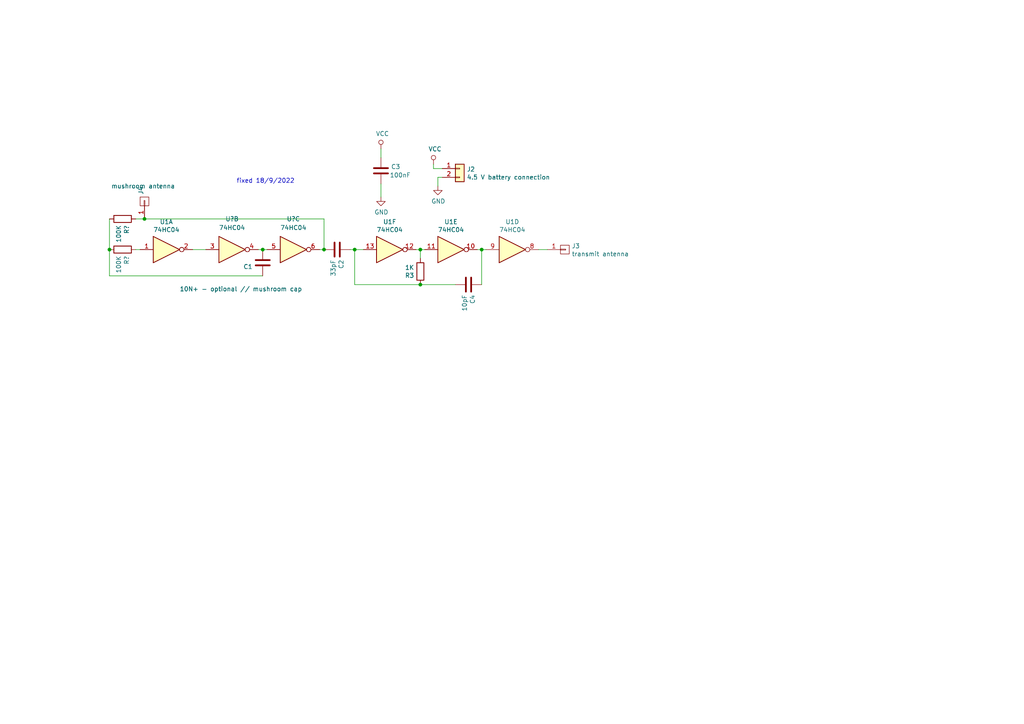
<source format=kicad_sch>
(kicad_sch (version 20211123) (generator eeschema)
  (paper "A4")
  (lib_symbols
    (symbol "74xx:74HC04"
      (property "Reference" "U" (at 0 1.27 0))
      (property "Value" "74HC04" (at 0 -1.27 0))
      (symbol "74HC04_1_0"
        (polyline (pts (xy -3.81 3.81) (xy -3.81 -3.81) (xy 3.81 0) (xy -3.81 3.81)) (stroke (width 0.254)) (fill (type background)))
        (pin input line (at -7.62 0 0) (length 3.81) (name "~") (number "1"))
        (pin output inverted (at 7.62 0 180) (length 3.81) (name "~") (number "2"))
      )
      (symbol "74HC04_2_0"
        (polyline (pts (xy -3.81 3.81) (xy -3.81 -3.81) (xy 3.81 0) (xy -3.81 3.81)) (stroke (width 0.254)) (fill (type background)))
        (pin input line (at -7.62 0 0) (length 3.81) (name "~") (number "3"))
        (pin output inverted (at 7.62 0 180) (length 3.81) (name "~") (number "4"))
      )
      (symbol "74HC04_3_0"
        (polyline (pts (xy -3.81 3.81) (xy -3.81 -3.81) (xy 3.81 0) (xy -3.81 3.81)) (stroke (width 0.254)) (fill (type background)))
        (pin input line (at -7.62 0 0) (length 3.81) (name "~") (number "5"))
        (pin output inverted (at 7.62 0 180) (length 3.81) (name "~") (number "6"))
      )
      (symbol "74HC04_4_0"
        (polyline (pts (xy -3.81 3.81) (xy -3.81 -3.81) (xy 3.81 0) (xy -3.81 3.81)) (stroke (width 0.254)) (fill (type background)))
        (pin output inverted (at 7.62 0 180) (length 3.81) (name "~") (number "8"))
        (pin input line (at -7.62 0 0) (length 3.81) (name "~") (number "9"))
      )
      (symbol "74HC04_5_0"
        (polyline (pts (xy -3.81 3.81) (xy -3.81 -3.81) (xy 3.81 0) (xy -3.81 3.81)) (stroke (width 0.254)) (fill (type background)))
        (pin output inverted (at 7.62 0 180) (length 3.81) (name "~") (number "10"))
        (pin input line (at -7.62 0 0) (length 3.81) (name "~") (number "11"))
      )
      (symbol "74HC04_6_0"
        (polyline (pts (xy -3.81 3.81) (xy -3.81 -3.81) (xy 3.81 0) (xy -3.81 3.81)) (stroke (width 0.254)) (fill (type background)))
        (pin output inverted (at 7.62 0 180) (length 3.81) (name "~") (number "12"))
        (pin input line (at -7.62 0 0) (length 3.81) (name "~") (number "13"))
      )
      (symbol "74HC04_7_0"
        (pin power_in line (at 0 12.7 270) (length 5.08) (name "VCC") (number "14"))
        (pin power_in line (at 0 -12.7 90) (length 5.08) (name "GND") (number "7"))
      )
      (symbol "74HC04_7_1"
        (rectangle (start -5.08 7.62) (end 5.08 -7.62) (stroke (width 0.254)) (fill (type background)))
      )
    )
    (symbol "small_mycelium-rescue:74HC04-Logic_74xx-mycelium_pcb-rescue" (pin_names (offset 1.016))
      (property "Reference" "U" (at 0 1.27 0))
      (property "Value" "74HC04-Logic_74xx-mycelium_pcb-rescue" (at 0 -1.27 0))
      (symbol "74HC04-Logic_74xx-mycelium_pcb-rescue_1_0"
        (polyline (pts (xy -3.81 3.81) (xy -3.81 -3.81) (xy 3.81 0) (xy -3.81 3.81)) (stroke (width 0.254)) (fill (type background)))
        (pin input line (at -7.62 0 0) (length 3.81) (name "~") (number "1"))
        (pin output inverted (at 7.62 0 180) (length 3.81) (name "~") (number "2"))
      )
      (symbol "74HC04-Logic_74xx-mycelium_pcb-rescue_2_0"
        (polyline (pts (xy -3.81 3.81) (xy -3.81 -3.81) (xy 3.81 0) (xy -3.81 3.81)) (stroke (width 0.254)) (fill (type background)))
        (pin input line (at -7.62 0 0) (length 3.81) (name "~") (number "3"))
        (pin output inverted (at 7.62 0 180) (length 3.81) (name "~") (number "4"))
      )
      (symbol "74HC04-Logic_74xx-mycelium_pcb-rescue_3_0"
        (polyline (pts (xy -3.81 3.81) (xy -3.81 -3.81) (xy 3.81 0) (xy -3.81 3.81)) (stroke (width 0.254)) (fill (type background)))
        (pin input line (at -7.62 0 0) (length 3.81) (name "~") (number "5"))
        (pin output inverted (at 7.62 0 180) (length 3.81) (name "~") (number "6"))
      )
      (symbol "74HC04-Logic_74xx-mycelium_pcb-rescue_4_0"
        (polyline (pts (xy -3.81 3.81) (xy -3.81 -3.81) (xy 3.81 0) (xy -3.81 3.81)) (stroke (width 0.254)) (fill (type background)))
        (pin output inverted (at 7.62 0 180) (length 3.81) (name "~") (number "8"))
        (pin input line (at -7.62 0 0) (length 3.81) (name "~") (number "9"))
      )
      (symbol "74HC04-Logic_74xx-mycelium_pcb-rescue_5_0"
        (polyline (pts (xy -3.81 3.81) (xy -3.81 -3.81) (xy 3.81 0) (xy -3.81 3.81)) (stroke (width 0.254)) (fill (type background)))
        (pin output inverted (at 7.62 0 180) (length 3.81) (name "~") (number "10"))
        (pin input line (at -7.62 0 0) (length 3.81) (name "~") (number "11"))
      )
      (symbol "74HC04-Logic_74xx-mycelium_pcb-rescue_6_0"
        (polyline (pts (xy -3.81 3.81) (xy -3.81 -3.81) (xy 3.81 0) (xy -3.81 3.81)) (stroke (width 0.254)) (fill (type background)))
        (pin output inverted (at 7.62 0 180) (length 3.81) (name "~") (number "12"))
        (pin input line (at -7.62 0 0) (length 3.81) (name "~") (number "13"))
      )
      (symbol "74HC04-Logic_74xx-mycelium_pcb-rescue_7_0"
        (pin power_in line (at 0 12.7 270) (length 5.08) (name "VCC") (number "14"))
        (pin power_in line (at 0 -12.7 90) (length 5.08) (name "GND") (number "7"))
      )
      (symbol "74HC04-Logic_74xx-mycelium_pcb-rescue_7_1"
        (rectangle (start -5.08 7.62) (end 5.08 -7.62) (stroke (width 0.254)) (fill (type background)))
      )
    )
    (symbol "small_mycelium-rescue:C-device-mycelium_pcb-rescue" (pin_numbers hide) (pin_names (offset 0.254))
      (property "Reference" "C" (at 0.635 2.54 0))
      (property "Value" "C-device-mycelium_pcb-rescue" (at 0.635 -2.54 0))
      (symbol "C-device-mycelium_pcb-rescue_0_1"
        (polyline (pts (xy -2.032 -0.762) (xy 2.032 -0.762)) (stroke (width 0.508)))
        (polyline (pts (xy -2.032 0.762) (xy 2.032 0.762)) (stroke (width 0.508)))
      )
      (symbol "C-device-mycelium_pcb-rescue_1_1"
        (pin passive line (at 0 3.81 270) (length 2.794) (name "~") (number "1"))
        (pin passive line (at 0 -3.81 90) (length 2.794) (name "~") (number "2"))
      )
    )
    (symbol "small_mycelium-rescue:CONN_01X01-mycelium_pcb-rescue" (pin_names (offset 1.016) hide)
      (property "Reference" "J" (at 0 2.54 0))
      (property "Value" "CONN_01X01-mycelium_pcb-rescue" (at 2.54 0 90))
      (symbol "CONN_01X01-mycelium_pcb-rescue_0_1"
        (rectangle (start -1.27 0.127) (end 0.254 -0.127))
        (rectangle (start -1.27 1.27) (end 1.27 -1.27))
      )
      (symbol "CONN_01X01-mycelium_pcb-rescue_1_1"
        (pin passive line (at -5.08 0 0) (length 3.81) (name "P1") (number "1"))
      )
    )
    (symbol "small_mycelium-rescue:Conn_01x02-Connector-mycelium_pcb-rescue" (pin_names (offset 1.016) hide)
      (property "Reference" "J" (at 0 2.54 0))
      (property "Value" "Conn_01x02-Connector-mycelium_pcb-rescue" (at 0 -5.08 0))
      (symbol "Conn_01x02-Connector-mycelium_pcb-rescue_1_1"
        (rectangle (start -1.27 -2.413) (end 0 -2.667) (stroke (width 0.1524)))
        (rectangle (start -1.27 0.127) (end 0 -0.127) (stroke (width 0.1524)))
        (rectangle (start -1.27 1.27) (end 1.27 -3.81) (stroke (width 0.254)) (fill (type background)))
        (pin passive line (at -5.08 0 0) (length 3.81) (name "Pin_1") (number "1"))
        (pin passive line (at -5.08 -2.54 0) (length 3.81) (name "Pin_2") (number "2"))
      )
    )
    (symbol "small_mycelium-rescue:GND-power-mycelium_pcb-rescue" (power) (pin_names (offset 0))
      (property "Value" "GND-power-mycelium_pcb-rescue" (at 0 -3.81 0))
      (symbol "GND-power-mycelium_pcb-rescue_0_1"
        (polyline (pts (xy 0 0) (xy 0 -1.27) (xy 1.27 -1.27) (xy 0 -2.54) (xy -1.27 -1.27) (xy 0 -1.27)))
      )
      (symbol "GND-power-mycelium_pcb-rescue_1_1"
        (pin power_in line (at 0 0 270) (length 0) hide (name "GND") (number "1"))
      )
    )
    (symbol "small_mycelium-rescue:R-device-mycelium_pcb-rescue" (pin_numbers hide) (pin_names (offset 0))
      (property "Reference" "R" (at 2.032 0 90))
      (property "Value" "R-device-mycelium_pcb-rescue" (at 0 0 90))
      (symbol "R-device-mycelium_pcb-rescue_0_1"
        (rectangle (start -1.016 -2.54) (end 1.016 2.54) (stroke (width 0.254)))
      )
      (symbol "R-device-mycelium_pcb-rescue_1_1"
        (pin passive line (at 0 3.81 270) (length 1.27) (name "~") (number "1"))
        (pin passive line (at 0 -3.81 90) (length 1.27) (name "~") (number "2"))
      )
    )
    (symbol "small_mycelium-rescue:VCC-power-mycelium_pcb-rescue" (power) (pin_names (offset 0))
      (property "Value" "VCC-power-mycelium_pcb-rescue" (at 0 3.81 0))
      (symbol "VCC-power-mycelium_pcb-rescue_0_1"
        (polyline (pts (xy 0 0) (xy 0 1.27)))
        (circle (center 0 1.905) (radius 0.635))
      )
      (symbol "VCC-power-mycelium_pcb-rescue_1_1"
        (pin power_in line (at 0 0 90) (length 0) hide (name "VCC") (number "1"))
      )
    )
  )
  (junction (at 121.92 72.39))
  (junction (at 76.2 72.39))
  (junction (at 102.87 72.39))
  (junction (at 93.98 72.39))
  (junction (at 139.7 72.39))
  (junction (at 121.92 82.55))
  (junction (at 31.75 72.39))
  (junction (at 41.91 63.5))
  (wire (pts (xy 121.92 82.55) (xy 132.08 82.55)))
  (wire (pts (xy 93.98 72.39) (xy 92.71 72.39)))
  (wire (pts (xy 138.43 72.39) (xy 139.7 72.39)))
  (wire (pts (xy 31.75 80.01) (xy 31.75 72.39)))
  (wire (pts (xy 121.92 74.93) (xy 121.92 72.39)))
  (wire (pts (xy 74.93 72.39) (xy 76.2 72.39)))
  (wire (pts (xy 110.49 45.72) (xy 110.49 43.18)))
  (wire (pts (xy 120.65 72.39) (xy 121.92 72.39)))
  (wire (pts (xy 102.87 82.55) (xy 121.92 82.55)))
  (wire (pts (xy 41.91 63.5) (xy 93.98 63.5)))
  (wire (pts (xy 93.98 72.39) (xy 93.98 63.5)))
  (wire (pts (xy 110.49 53.34) (xy 110.49 57.15)))
  (wire (pts (xy 31.75 63.5) (xy 31.75 72.39)))
  (wire (pts (xy 127 51.435) (xy 128.27 51.435)))
  (wire (pts (xy 55.88 72.39) (xy 59.69 72.39)))
  (wire (pts (xy 121.92 72.39) (xy 123.19 72.39)))
  (wire (pts (xy 76.2 80.01) (xy 31.75 80.01)))
  (wire (pts (xy 41.91 63.5) (xy 39.37 63.5)))
  (wire (pts (xy 76.2 72.39) (xy 77.47 72.39)))
  (wire (pts (xy 125.73 48.895) (xy 128.27 48.895)))
  (wire (pts (xy 101.6 72.39) (xy 102.87 72.39)))
  (wire (pts (xy 39.37 72.39) (xy 40.64 72.39)))
  (wire (pts (xy 127 53.975) (xy 127 51.435)))
  (wire (pts (xy 139.7 82.55) (xy 139.7 72.39)))
  (wire (pts (xy 102.87 72.39) (xy 105.41 72.39)))
  (wire (pts (xy 125.73 47.625) (xy 125.73 48.895)))
  (wire (pts (xy 102.87 72.39) (xy 102.87 82.55)))
  (wire (pts (xy 156.21 72.39) (xy 158.75 72.39)))
  (wire (pts (xy 139.7 72.39) (xy 140.97 72.39)))
  (text "fixed 18/9/2022" (at 68.58 53.34 0) (effects (font (size 1.27 1.27)) (justify left bottom)))
  (symbol (lib_id "small_mycelium-rescue:C-device-mycelium_pcb-rescue") (at 110.49 49.53 0) (unit 1)
    (property "Reference" "C3" (at 113.411 48.3616 0) (effects (justify left)))
    (property "Value" "100nF" (at 113.03 50.8 0) (effects (justify left)))
    (property "Footprint" "Capacitors_ThroughHole:C_Disc_D7.5mm_W5.0mm_P5.00mm" (effects hide))
  )
  (symbol (lib_id "small_mycelium-rescue:74HC04-Logic_74xx-mycelium_pcb-rescue") (at 48.26 72.39 0) (unit 1)
    (property "Reference" "U1" (at 48.26 64.3382 0))
    (property "Value" "74HC04" (at 48.26 66.6496 0))
    (property "Footprint" "Housings_DIP:DIP-14_W7.62mm_LongPads" (effects hide))
  )
  (symbol (lib_id "small_mycelium-rescue:74HC04-Logic_74xx-mycelium_pcb-rescue") (at 148.59 72.39 0) (unit 4)
    (property "Reference" "U1" (at 148.59 64.3382 0))
    (property "Value" "74HC04" (at 148.59 66.6496 0))
    (property "Footprint" "Housings_DIP:DIP-14_W7.62mm_LongPads" (effects hide))
  )
  (symbol (lib_id "small_mycelium-rescue:74HC04-Logic_74xx-mycelium_pcb-rescue") (at 113.03 72.39 0) (unit 6)
    (property "Reference" "U1" (at 113.03 64.3382 0))
    (property "Value" "74HC04" (at 113.03 66.6496 0))
    (property "Footprint" "Housings_DIP:DIP-14_W7.62mm_LongPads" (effects hide))
  )
  (symbol (lib_id "small_mycelium-rescue:74HC04-Logic_74xx-mycelium_pcb-rescue") (at 130.81 72.39 0) (unit 5)
    (property "Reference" "U1" (at 130.81 64.3382 0))
    (property "Value" "74HC04" (at 130.81 66.6496 0))
    (property "Footprint" "Housings_DIP:DIP-14_W7.62mm_LongPads" (effects hide))
  )
  (symbol (lib_id "small_mycelium-rescue:C-device-mycelium_pcb-rescue") (at 97.79 72.39 270) (unit 1)
    (property "Reference" "C2" (at 98.9584 75.311 0) (effects (justify left)))
    (property "Value" "33pF" (at 96.647 75.311 0) (effects (justify left)))
    (property "Footprint" "Capacitors_ThroughHole:C_Disc_D7.5mm_W5.0mm_P5.00mm" (effects hide))
  )
  (symbol (lib_id "small_mycelium-rescue:C-device-mycelium_pcb-rescue") (at 135.89 82.55 270) (unit 1)
    (property "Reference" "C4" (at 137.0584 85.471 0) (effects (justify left)))
    (property "Value" "10pF" (at 134.747 85.471 0) (effects (justify left)))
    (property "Footprint" "Capacitors_ThroughHole:C_Disc_D7.5mm_W5.0mm_P5.00mm" (effects hide))
  )
  (symbol (lib_id "small_mycelium-rescue:R-device-mycelium_pcb-rescue") (at 121.92 78.74 180) (unit 1)
    (property "Reference" "R3" (at 120.142 79.9084 0) (effects (justify left)))
    (property "Value" "1K" (at 120.142 77.597 0) (effects (justify left)))
    (property "Footprint" "Resistors_ThroughHole:R_Axial_DIN0207_L6.3mm_D2.5mm_P7.62mm_Horizontal" (effects hide))
  )
  (symbol (lib_id "small_mycelium-rescue:C-device-mycelium_pcb-rescue") (at 76.2 76.2 180) (unit 1)
    (property "Reference" "C1" (at 73.279 77.3684 0) (effects (justify left)))
    (property "Value" "10N+ - optional // mushroom cap" (at 87.63 83.82 0) (effects (justify left)))
    (property "Footprint" "Capacitors_ThroughHole:C_Disc_D7.5mm_W5.0mm_P5.00mm" (effects hide))
  )
  (symbol (lib_id "small_mycelium-rescue:CONN_01X01-mycelium_pcb-rescue") (at 163.83 72.39 0) (unit 1)
    (property "Reference" "J3" (at 165.8112 71.3486 0) (effects (justify left)))
    (property "Value" "transmit antenna" (at 165.8112 73.66 0) (effects (justify left)))
    (property "Footprint" "Wire_Pads:SolderWirePad_single_1mmDrill" (effects hide))
  )
  (symbol (lib_id "small_mycelium-rescue:GND-power-mycelium_pcb-rescue") (at 110.49 57.15 0) (unit 1)
    (property "Reference" "#PWR02" (effects hide))
    (property "Value" "GND" (at 110.617 61.5442 0))
  )
  (symbol (lib_id "small_mycelium-rescue:VCC-power-mycelium_pcb-rescue") (at 110.49 43.18 0) (unit 1)
    (property "Reference" "#PWR01" (effects hide))
    (property "Value" "VCC" (at 110.9218 38.7858 0))
  )
  (symbol (lib_id "small_mycelium-rescue:Conn_01x02-Connector-mycelium_pcb-rescue") (at 133.35 48.895 0) (unit 1)
    (property "Reference" "J2" (at 135.382 49.0982 0) (effects (justify left)))
    (property "Value" "4.5 V battery connection" (at 135.382 51.4096 0) (effects (justify left)))
    (property "Footprint" "Pin_Headers:Pin_Header_Straight_1x02_Pitch2.54mm" (effects hide))
  )
  (symbol (lib_id "small_mycelium-rescue:GND-power-mycelium_pcb-rescue") (at 127 53.975 0) (unit 1)
    (property "Reference" "#PWR04" (effects hide))
    (property "Value" "GND" (at 127.127 58.3692 0))
  )
  (symbol (lib_id "small_mycelium-rescue:VCC-power-mycelium_pcb-rescue") (at 125.73 47.625 0) (unit 1)
    (property "Reference" "#PWR03" (effects hide))
    (property "Value" "VCC" (at 126.1618 43.2308 0))
  )
  (symbol (lib_id "small_mycelium-rescue:CONN_01X01-mycelium_pcb-rescue") (at 41.91 58.42 90) (unit 1)
    (property "Reference" "J4" (at 40.8686 56.4388 0) (effects (justify left)))
    (property "Value" "mushroom antenna" (at 50.8 53.975 90) (effects (justify left)))
    (property "Footprint" "Wire_Pads:SolderWirePad_single_1mmDrill" (effects hide))
  )
  (symbol (lib_id "small_mycelium-rescue:R-device-mycelium_pcb-rescue") (at 35.56 63.5 270) (unit 1)
    (property "Reference" "R?" (at 36.7284 65.278 0) (effects (justify left)))
    (property "Value" "100K" (at 34.417 65.278 0) (effects (justify left)))
    (property "Footprint" "Resistors_ThroughHole:R_Axial_DIN0207_L6.3mm_D2.5mm_P7.62mm_Horizontal" (effects hide))
  )
  (symbol (lib_id "small_mycelium-rescue:R-device-mycelium_pcb-rescue") (at 35.56 72.39 270) (unit 1)
    (property "Reference" "R?" (at 36.7284 74.168 0) (effects (justify left)))
    (property "Value" "100K" (at 34.417 74.168 0) (effects (justify left)))
    (property "Footprint" "Resistors_ThroughHole:R_Axial_DIN0207_L6.3mm_D2.5mm_P7.62mm_Horizontal" (effects hide))
  )
  (symbol (lib_id "74xx:74HC04") (at 85.09 72.39 0) (unit 3)
    (property "Reference" "U?" (at 85.09 63.5 0))
    (property "Value" "74HC04" (at 85.09 66.04 0))
    (property "Datasheet" "https://assets.nexperia.com/documents/data-sheet/74HC_HCT04.pdf" (effects hide))
  )
  (symbol (lib_id "74xx:74HC04") (at 67.31 72.39 0) (unit 2)
    (property "Reference" "U?" (at 67.31 63.5 0))
    (property "Value" "74HC04" (at 67.31 66.04 0))
    (property "Datasheet" "https://assets.nexperia.com/documents/data-sheet/74HC_HCT04.pdf" (effects hide))
  )
)
</source>
